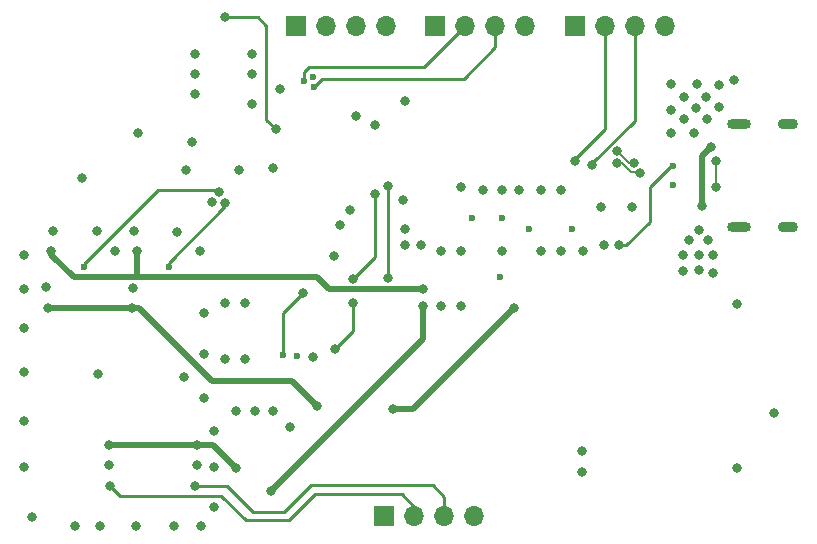
<source format=gbr>
%TF.GenerationSoftware,KiCad,Pcbnew,(6.0.4)*%
%TF.CreationDate,2023-01-30T14:26:25+01:00*%
%TF.ProjectId,Apollo - DSP,41706f6c-6c6f-4202-9d20-4453502e6b69,rev?*%
%TF.SameCoordinates,Original*%
%TF.FileFunction,Copper,L3,Inr*%
%TF.FilePolarity,Positive*%
%FSLAX46Y46*%
G04 Gerber Fmt 4.6, Leading zero omitted, Abs format (unit mm)*
G04 Created by KiCad (PCBNEW (6.0.4)) date 2023-01-30 14:26:25*
%MOMM*%
%LPD*%
G01*
G04 APERTURE LIST*
%TA.AperFunction,ComponentPad*%
%ADD10O,1.700000X0.900000*%
%TD*%
%TA.AperFunction,ComponentPad*%
%ADD11O,2.000000X0.900000*%
%TD*%
%TA.AperFunction,ComponentPad*%
%ADD12R,1.700000X1.700000*%
%TD*%
%TA.AperFunction,ComponentPad*%
%ADD13O,1.700000X1.700000*%
%TD*%
%TA.AperFunction,ViaPad*%
%ADD14C,0.800000*%
%TD*%
%TA.AperFunction,ViaPad*%
%ADD15C,0.600000*%
%TD*%
%TA.AperFunction,Conductor*%
%ADD16C,0.254000*%
%TD*%
%TA.AperFunction,Conductor*%
%ADD17C,0.508000*%
%TD*%
%TA.AperFunction,Conductor*%
%ADD18C,0.200000*%
%TD*%
%TA.AperFunction,Conductor*%
%ADD19C,0.250000*%
%TD*%
G04 APERTURE END LIST*
D10*
%TO.N,unconnected-(J1-PadS1)*%
%TO.C,J1*%
X120765000Y-89480000D03*
D11*
X116595000Y-89480000D03*
D10*
X120765000Y-98120000D03*
D11*
X116595000Y-98120000D03*
%TD*%
D12*
%TO.N,3.3V*%
%TO.C,J5*%
X102700000Y-81100000D03*
D13*
%TO.N,Rx*%
X105240000Y-81100000D03*
%TO.N,Tx*%
X107780000Y-81100000D03*
%TO.N,GND*%
X110320000Y-81100000D03*
%TD*%
D12*
%TO.N,+3.3VA*%
%TO.C,J6*%
X86600000Y-122600000D03*
D13*
%TO.N,CH0_IN*%
X89140000Y-122600000D03*
%TO.N,CH1_IN*%
X91680000Y-122600000D03*
%TO.N,GND*%
X94220000Y-122600000D03*
%TD*%
D12*
%TO.N,3.3V*%
%TO.C,J4*%
X90920000Y-81100000D03*
D13*
%TO.N,SDA*%
X93460000Y-81100000D03*
%TO.N,SCL*%
X96000000Y-81100000D03*
%TO.N,GND*%
X98540000Y-81100000D03*
%TD*%
D12*
%TO.N,3.3V*%
%TO.C,J2*%
X79100000Y-81100000D03*
D13*
%TO.N,SWDIO*%
X81640000Y-81100000D03*
%TO.N,SWCLK*%
X84180000Y-81100000D03*
%TO.N,GND*%
X86720000Y-81100000D03*
%TD*%
D14*
%TO.N,GND*%
X56100000Y-110400000D03*
X116430000Y-118570000D03*
X93125000Y-100187500D03*
X114400000Y-102022500D03*
X112800000Y-90222500D03*
X114900000Y-88022500D03*
X71300000Y-112600000D03*
X85800000Y-89500000D03*
X80580000Y-109172500D03*
X65270000Y-103330000D03*
X111900000Y-100522500D03*
D15*
X79200000Y-109100000D03*
D14*
X70600000Y-86900000D03*
X112000000Y-89022500D03*
X63270000Y-118330000D03*
X65400000Y-98500000D03*
X103350000Y-118887500D03*
X61000000Y-94000000D03*
X71300000Y-108900000D03*
X62500000Y-123500000D03*
D15*
X94037500Y-97412500D03*
D14*
X56100000Y-103400000D03*
X112950000Y-88072500D03*
D15*
X111000000Y-94622500D03*
D14*
X73080000Y-109372500D03*
D15*
X96525000Y-97412500D03*
D14*
X70770000Y-118330000D03*
X113850000Y-87172500D03*
X119600000Y-113900000D03*
X110900000Y-86022500D03*
X78600000Y-115122500D03*
X107537500Y-96487500D03*
X103425000Y-100200000D03*
X116420000Y-104680000D03*
X60400000Y-123500000D03*
X98025000Y-95012500D03*
X104937500Y-96487500D03*
X71300000Y-105400000D03*
X114400000Y-100522500D03*
X57970000Y-103230000D03*
X101525000Y-95012500D03*
X116200000Y-85700000D03*
X56800000Y-122700000D03*
X99825000Y-95012500D03*
X114000000Y-99222500D03*
X113900000Y-89022500D03*
X94925000Y-95012500D03*
X110900000Y-90222500D03*
X82800000Y-98022500D03*
X56100000Y-100500000D03*
X70300000Y-91000000D03*
X77200000Y-113722500D03*
X65713864Y-90213864D03*
X62300000Y-98500000D03*
X77200000Y-93200000D03*
D15*
X80556997Y-85456997D03*
D14*
X62370000Y-110630000D03*
X65600000Y-123500000D03*
X96525000Y-100187500D03*
X111900000Y-101922500D03*
X74000000Y-113722500D03*
X114900000Y-86122500D03*
X112350000Y-99272500D03*
X56100000Y-114600000D03*
X72200000Y-118500000D03*
X72028858Y-96020245D03*
X113200000Y-98422500D03*
X68800000Y-123500000D03*
X113200000Y-101822500D03*
X70600000Y-85200000D03*
X58500000Y-98500000D03*
X71100000Y-123500000D03*
X101525000Y-100187500D03*
X93125000Y-94812500D03*
X113100000Y-86022500D03*
X72200000Y-115400000D03*
D15*
X96425000Y-102387500D03*
D14*
X99825000Y-100187500D03*
X113200000Y-100522500D03*
X56100000Y-106700000D03*
X63770000Y-100230000D03*
X74780000Y-109372500D03*
X75600000Y-113722500D03*
X69000000Y-98600000D03*
X91425000Y-100187500D03*
X110900000Y-88222500D03*
X82300000Y-100622500D03*
X96525000Y-95012500D03*
X112000000Y-87122500D03*
X72200000Y-121900000D03*
X70600000Y-83500000D03*
X70970000Y-100230000D03*
X69800000Y-93300000D03*
X88200000Y-95900000D03*
X56100000Y-118500000D03*
X77800000Y-86500000D03*
X69670000Y-110830000D03*
D15*
%TO.N,+5V*%
X102510000Y-98312500D03*
X111000000Y-93022500D03*
X98812500Y-98325000D03*
D14*
X105200000Y-99722500D03*
X106500000Y-99722500D03*
%TO.N,3.3V*%
X74300000Y-93300000D03*
X75400000Y-85200000D03*
X74780000Y-104572500D03*
X75400000Y-83500000D03*
X75350000Y-87750000D03*
X73080000Y-104572500D03*
X88300000Y-99722500D03*
X88300000Y-87500000D03*
X89700000Y-99722500D03*
X84200000Y-88800000D03*
X83700000Y-96700000D03*
X88300000Y-98322500D03*
X103350000Y-117087500D03*
%TO.N,VAA*%
X70770000Y-116630000D03*
X74000000Y-118522500D03*
X63270000Y-116630000D03*
%TO.N,+5VA*%
X80900000Y-113300000D03*
X65200000Y-105000000D03*
X58100000Y-105000000D03*
X97600000Y-105000000D03*
X87300000Y-113600000D03*
%TO.N,+3.3VA*%
X77000000Y-120522500D03*
X89900000Y-103422500D03*
X91400000Y-104822500D03*
X89900000Y-104822500D03*
X93100000Y-104822500D03*
X65670000Y-100230000D03*
X58370000Y-100230000D03*
%TO.N,NRST*%
X77400000Y-89900000D03*
X73100000Y-80400000D03*
%TO.N,USB_CONN_-*%
X114700000Y-94749500D03*
X114700000Y-92600000D03*
%TO.N,CH1_IN*%
X70600000Y-120100000D03*
%TO.N,CH0_IN*%
X63400000Y-120100000D03*
%TO.N,USB_D-*%
X106300000Y-92700000D03*
X108200000Y-93600000D03*
%TO.N,USB_D+*%
X106300000Y-91700497D03*
X107712770Y-92723527D03*
%TO.N,ADC_CH1_IN*%
X73100000Y-96100000D03*
D15*
X68332500Y-101567500D03*
%TO.N,ADC_CH0_IN*%
X61122500Y-101582500D03*
D14*
X72600000Y-95200000D03*
D15*
%TO.N,MISO*%
X78000000Y-109022500D03*
D14*
X79700000Y-103722500D03*
D15*
%TO.N,SDA*%
X79800000Y-85800000D03*
D14*
%TO.N,SD_nCS*%
X86900000Y-102500000D03*
X86900000Y-94700000D03*
D15*
%TO.N,SCL*%
X80600000Y-86300000D03*
D14*
%TO.N,Rx*%
X102700000Y-92600000D03*
%TO.N,Tx*%
X104200000Y-92900000D03*
%TO.N,/POW*%
X114225000Y-91400000D03*
X113500000Y-96422500D03*
%TO.N,RAM_nCS*%
X85800000Y-95400000D03*
X83900000Y-102569000D03*
X82400000Y-108500000D03*
X83900000Y-104600000D03*
%TD*%
D16*
%TO.N,+5V*%
X109100000Y-97700000D02*
X107077500Y-99722500D01*
X110877500Y-93022500D02*
X109100000Y-94800000D01*
X109100000Y-94800000D02*
X109100000Y-97700000D01*
X107077500Y-99722500D02*
X106500000Y-99722500D01*
X111000000Y-93022500D02*
X110877500Y-93022500D01*
D17*
%TO.N,VAA*%
X74000000Y-118522500D02*
X72107500Y-116630000D01*
X70770000Y-116630000D02*
X63270000Y-116630000D01*
X72107500Y-116630000D02*
X70770000Y-116630000D01*
%TO.N,+5VA*%
X65800000Y-105000000D02*
X65200000Y-105000000D01*
X78800000Y-111200000D02*
X72000000Y-111200000D01*
X97600000Y-105000000D02*
X89000000Y-113600000D01*
X89000000Y-113600000D02*
X87300000Y-113600000D01*
X72000000Y-111200000D02*
X65800000Y-105000000D01*
X80900000Y-113300000D02*
X78800000Y-111200000D01*
X58100000Y-105000000D02*
X65200000Y-105000000D01*
%TO.N,+3.3VA*%
X60300000Y-102422500D02*
X65700000Y-102422500D01*
X77000000Y-120522500D02*
X89900000Y-107622500D01*
X58370000Y-100492500D02*
X60300000Y-102422500D01*
X80892500Y-102392500D02*
X65670000Y-102392500D01*
X81922500Y-103422500D02*
X80892500Y-102392500D01*
X65670000Y-102392500D02*
X65700000Y-102422500D01*
X89900000Y-104822500D02*
X89900000Y-107622500D01*
X58370000Y-100230000D02*
X58370000Y-100492500D01*
X89900000Y-103422500D02*
X81922500Y-103422500D01*
X65670000Y-100230000D02*
X65670000Y-102392500D01*
D16*
%TO.N,NRST*%
X75900000Y-80400000D02*
X73100000Y-80400000D01*
X77400000Y-89900000D02*
X76600000Y-89100000D01*
X76600000Y-89100000D02*
X76600000Y-81100000D01*
X76600000Y-81100000D02*
X75900000Y-80400000D01*
D18*
%TO.N,USB_CONN_-*%
X114700000Y-92600000D02*
X114700000Y-94749500D01*
D16*
%TO.N,CH1_IN*%
X70600000Y-120100000D02*
X73300000Y-120100000D01*
D19*
X90700000Y-120000000D02*
X80400000Y-120000000D01*
X91680000Y-122600000D02*
X91680000Y-120980000D01*
X78100000Y-122300000D02*
X77500000Y-122300000D01*
X91680000Y-120980000D02*
X90700000Y-120000000D01*
D16*
X73300000Y-120100000D02*
X75500000Y-122300000D01*
X75500000Y-122300000D02*
X77500000Y-122300000D01*
D19*
X80400000Y-120000000D02*
X78100000Y-122300000D01*
D16*
%TO.N,CH0_IN*%
X64200000Y-120900000D02*
X72800000Y-120900000D01*
X80700000Y-120800000D02*
X88100000Y-120800000D01*
X74900000Y-123000000D02*
X78500000Y-123000000D01*
X78500000Y-123000000D02*
X80700000Y-120800000D01*
X89140000Y-121840000D02*
X89140000Y-122600000D01*
X72800000Y-120900000D02*
X74900000Y-123000000D01*
X88100000Y-120800000D02*
X89140000Y-121840000D01*
X63400000Y-120100000D02*
X64200000Y-120900000D01*
D18*
%TO.N,USB_D-*%
X106699984Y-92700000D02*
X106300000Y-92700000D01*
X108100000Y-93500000D02*
X107499984Y-93500000D01*
X107499984Y-93500000D02*
X106699984Y-92700000D01*
%TO.N,USB_D+*%
X107712770Y-92723527D02*
X107323030Y-92723527D01*
X107323030Y-92723527D02*
X106300000Y-91700497D01*
D16*
%TO.N,ADC_CH1_IN*%
X68332500Y-101167500D02*
X68332500Y-101567500D01*
X73100000Y-96400000D02*
X68332500Y-101167500D01*
X73100000Y-96100000D02*
X73100000Y-96400000D01*
%TO.N,ADC_CH0_IN*%
X72400000Y-95000000D02*
X67400000Y-95000000D01*
X67400000Y-95000000D02*
X61122500Y-101277500D01*
X61122500Y-101277500D02*
X61122500Y-101582500D01*
X72600000Y-95200000D02*
X72400000Y-95000000D01*
%TO.N,MISO*%
X78000000Y-105422500D02*
X78000000Y-109022500D01*
X79700000Y-103722500D02*
X78000000Y-105422500D01*
%TO.N,SDA*%
X80213979Y-84600000D02*
X89960000Y-84600000D01*
X79800000Y-85013979D02*
X80213979Y-84600000D01*
X79800000Y-85800000D02*
X79800000Y-85013979D01*
X89960000Y-84600000D02*
X93460000Y-81100000D01*
%TO.N,SD_nCS*%
X86900000Y-94700000D02*
X86900000Y-102500000D01*
%TO.N,SCL*%
X81300000Y-85600000D02*
X93300000Y-85600000D01*
X80600000Y-86300000D02*
X81300000Y-85600000D01*
X93300000Y-85600000D02*
X96000000Y-82900000D01*
X96000000Y-82900000D02*
X96000000Y-81100000D01*
%TO.N,Rx*%
X105240000Y-89884500D02*
X105240000Y-81100000D01*
X102700000Y-92424500D02*
X105240000Y-89884500D01*
%TO.N,Tx*%
X104200000Y-92773054D02*
X107780000Y-89193054D01*
X107780000Y-89193054D02*
X107780000Y-81100000D01*
D17*
%TO.N,/POW*%
X113500000Y-96422500D02*
X113500000Y-92125000D01*
X113500000Y-92125000D02*
X114225000Y-91400000D01*
D16*
%TO.N,RAM_nCS*%
X83900000Y-104600000D02*
X83900000Y-107000000D01*
X83900000Y-107000000D02*
X82400000Y-108500000D01*
X85800000Y-100669000D02*
X83900000Y-102569000D01*
X85800000Y-95400000D02*
X85800000Y-100669000D01*
%TD*%
M02*

</source>
